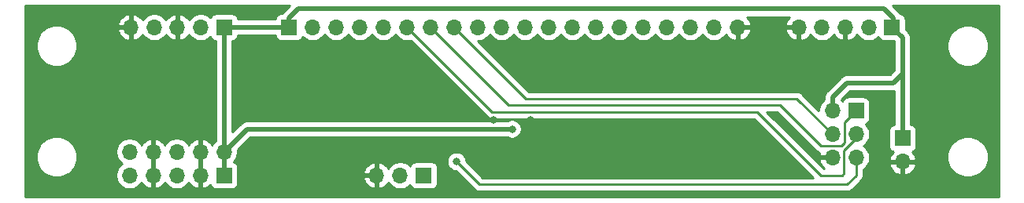
<source format=gbr>
G04 #@! TF.GenerationSoftware,KiCad,Pcbnew,(5.1.6)-1*
G04 #@! TF.CreationDate,2020-10-30T20:32:16+01:00*
G04 #@! TF.ProjectId,light-ctl,6c696768-742d-4637-946c-2e6b69636164,rev?*
G04 #@! TF.SameCoordinates,Original*
G04 #@! TF.FileFunction,Copper,L2,Bot*
G04 #@! TF.FilePolarity,Positive*
%FSLAX46Y46*%
G04 Gerber Fmt 4.6, Leading zero omitted, Abs format (unit mm)*
G04 Created by KiCad (PCBNEW (5.1.6)-1) date 2020-10-30 20:32:16*
%MOMM*%
%LPD*%
G01*
G04 APERTURE LIST*
G04 #@! TA.AperFunction,ComponentPad*
%ADD10O,1.700000X1.700000*%
G04 #@! TD*
G04 #@! TA.AperFunction,ComponentPad*
%ADD11R,1.700000X1.700000*%
G04 #@! TD*
G04 #@! TA.AperFunction,ViaPad*
%ADD12C,0.800000*%
G04 #@! TD*
G04 #@! TA.AperFunction,Conductor*
%ADD13C,0.250000*%
G04 #@! TD*
G04 #@! TA.AperFunction,Conductor*
%ADD14C,0.500000*%
G04 #@! TD*
G04 #@! TA.AperFunction,Conductor*
%ADD15C,0.254000*%
G04 #@! TD*
G04 APERTURE END LIST*
D10*
X112000000Y-103000000D03*
X114500000Y-103000000D03*
X117000000Y-103000000D03*
X119500000Y-103000000D03*
D11*
X122000000Y-103000000D03*
D10*
X177260000Y-103000000D03*
X174720000Y-103000000D03*
X172180000Y-103000000D03*
X169640000Y-103000000D03*
X167100000Y-103000000D03*
X164560000Y-103000000D03*
X162020000Y-103000000D03*
X159480000Y-103000000D03*
X156940000Y-103000000D03*
X154400000Y-103000000D03*
X151860000Y-103000000D03*
X149320000Y-103000000D03*
X146780000Y-103000000D03*
X144240000Y-103000000D03*
X141700000Y-103000000D03*
X139160000Y-103000000D03*
X136620000Y-103000000D03*
X134080000Y-103000000D03*
X131540000Y-103000000D03*
D11*
X129000000Y-103000000D03*
X193840000Y-103000000D03*
D10*
X191340000Y-103000000D03*
X188840000Y-103000000D03*
X186340000Y-103000000D03*
X183840000Y-103000000D03*
D11*
X122000000Y-119000000D03*
D10*
X122000000Y-116460000D03*
X119460000Y-119000000D03*
X119460000Y-116460000D03*
X116920000Y-119000000D03*
X116920000Y-116460000D03*
X114380000Y-119000000D03*
X114380000Y-116460000D03*
X111840000Y-119000000D03*
X111840000Y-116460000D03*
X138420000Y-119000000D03*
X140960000Y-119000000D03*
D11*
X143500000Y-119000000D03*
D10*
X187460000Y-117080000D03*
X190000000Y-117080000D03*
X187460000Y-114540000D03*
X190000000Y-114540000D03*
X187460000Y-112000000D03*
D11*
X190000000Y-112000000D03*
D10*
X195000000Y-117540000D03*
D11*
X195000000Y-115000000D03*
D12*
X151000000Y-113000000D03*
X167000000Y-114000000D03*
X155000000Y-113000000D03*
X147000000Y-117500000D03*
X153000000Y-114000000D03*
D13*
X148205012Y-118705012D02*
X147000000Y-117500000D01*
X149500000Y-120000000D02*
X148205012Y-118705012D01*
X189000000Y-120000000D02*
X149500000Y-120000000D01*
X190000000Y-117080000D02*
X190000000Y-119000000D01*
X190000000Y-119000000D02*
X189000000Y-120000000D01*
D14*
X122000000Y-119000000D02*
X122000000Y-116460000D01*
X122000000Y-116460000D02*
X122000000Y-103000000D01*
X122000000Y-103000000D02*
X129000000Y-103000000D01*
X122000000Y-119000000D02*
X122000000Y-117650000D01*
X151577336Y-114000000D02*
X153000000Y-114000000D01*
X122000000Y-116460000D02*
X124460000Y-114000000D01*
X124460000Y-114000000D02*
X151577336Y-114000000D01*
X129000000Y-102000000D02*
X129000000Y-103000000D01*
X193000000Y-101000000D02*
X130000000Y-101000000D01*
X194000000Y-103000000D02*
X194000000Y-102000000D01*
X130000000Y-101000000D02*
X129000000Y-102000000D01*
X194000000Y-102000000D02*
X193000000Y-101000000D01*
X187460000Y-112000000D02*
X187460000Y-111460000D01*
X195000000Y-104160000D02*
X193840000Y-103000000D01*
X187460000Y-112000000D02*
X187460000Y-110540000D01*
X187460000Y-110540000D02*
X189000000Y-109000000D01*
X194000000Y-109000000D02*
X195000000Y-108000000D01*
X189000000Y-109000000D02*
X194000000Y-109000000D01*
X195000000Y-115000000D02*
X195000000Y-108000000D01*
X195000000Y-108000000D02*
X195000000Y-104160000D01*
D13*
X179350000Y-112150000D02*
X150850000Y-112150000D01*
X188700000Y-116640998D02*
X188700000Y-118800000D01*
X188700000Y-118800000D02*
X188500000Y-119000000D01*
X186200000Y-119000000D02*
X179350000Y-112150000D01*
X150850000Y-112150000D02*
X141700000Y-103000000D01*
X188500000Y-119000000D02*
X186200000Y-119000000D01*
X188700000Y-116640998D02*
X188700000Y-116300000D01*
X190000000Y-115000000D02*
X190000000Y-114540000D01*
X188700000Y-116300000D02*
X190000000Y-115000000D01*
X152620000Y-111380000D02*
X144240000Y-103000000D01*
X190000000Y-112000000D02*
X188715001Y-113284999D01*
X181780000Y-111380000D02*
X152620000Y-111380000D01*
X188715001Y-113284999D02*
X188715001Y-115484999D01*
X188400000Y-115800000D02*
X186200000Y-115800000D01*
X188715001Y-115484999D02*
X188400000Y-115800000D01*
X186200000Y-115800000D02*
X181780000Y-111380000D01*
X146780000Y-103000000D02*
X154476639Y-110696639D01*
X183616639Y-110696639D02*
X187460000Y-114540000D01*
X154476639Y-110696639D02*
X183616639Y-110696639D01*
D15*
G36*
X128404956Y-101343466D02*
G01*
X128371183Y-101371183D01*
X128260589Y-101505942D01*
X128257389Y-101511928D01*
X128150000Y-101511928D01*
X128025518Y-101524188D01*
X127905820Y-101560498D01*
X127795506Y-101619463D01*
X127698815Y-101698815D01*
X127619463Y-101795506D01*
X127560498Y-101905820D01*
X127524188Y-102025518D01*
X127515375Y-102115000D01*
X123484625Y-102115000D01*
X123475812Y-102025518D01*
X123439502Y-101905820D01*
X123380537Y-101795506D01*
X123301185Y-101698815D01*
X123204494Y-101619463D01*
X123094180Y-101560498D01*
X122974482Y-101524188D01*
X122850000Y-101511928D01*
X121150000Y-101511928D01*
X121025518Y-101524188D01*
X120905820Y-101560498D01*
X120795506Y-101619463D01*
X120698815Y-101698815D01*
X120619463Y-101795506D01*
X120560498Y-101905820D01*
X120547797Y-101947690D01*
X120446632Y-101846525D01*
X120203411Y-101684010D01*
X119933158Y-101572068D01*
X119646260Y-101515000D01*
X119353740Y-101515000D01*
X119066842Y-101572068D01*
X118796589Y-101684010D01*
X118553368Y-101846525D01*
X118346525Y-102053368D01*
X118245953Y-102203885D01*
X118195178Y-102118645D01*
X118000269Y-101902412D01*
X117766920Y-101728359D01*
X117504099Y-101603175D01*
X117356890Y-101558524D01*
X117127000Y-101679845D01*
X117127000Y-102873000D01*
X117147000Y-102873000D01*
X117147000Y-103127000D01*
X117127000Y-103127000D01*
X117127000Y-104320155D01*
X117356890Y-104441476D01*
X117504099Y-104396825D01*
X117766920Y-104271641D01*
X118000269Y-104097588D01*
X118195178Y-103881355D01*
X118245953Y-103796115D01*
X118346525Y-103946632D01*
X118553368Y-104153475D01*
X118796589Y-104315990D01*
X119066842Y-104427932D01*
X119353740Y-104485000D01*
X119646260Y-104485000D01*
X119933158Y-104427932D01*
X120203411Y-104315990D01*
X120446632Y-104153475D01*
X120547797Y-104052310D01*
X120560498Y-104094180D01*
X120619463Y-104204494D01*
X120698815Y-104301185D01*
X120795506Y-104380537D01*
X120905820Y-104439502D01*
X121025518Y-104475812D01*
X121115001Y-104484625D01*
X121115000Y-115265344D01*
X121053368Y-115306525D01*
X120846525Y-115513368D01*
X120724805Y-115695534D01*
X120655178Y-115578645D01*
X120460269Y-115362412D01*
X120226920Y-115188359D01*
X119964099Y-115063175D01*
X119816890Y-115018524D01*
X119587000Y-115139845D01*
X119587000Y-116333000D01*
X119607000Y-116333000D01*
X119607000Y-116587000D01*
X119587000Y-116587000D01*
X119587000Y-118873000D01*
X119607000Y-118873000D01*
X119607000Y-119127000D01*
X119587000Y-119127000D01*
X119587000Y-120320155D01*
X119816890Y-120441476D01*
X119964099Y-120396825D01*
X120226920Y-120271641D01*
X120460269Y-120097588D01*
X120536034Y-120013534D01*
X120560498Y-120094180D01*
X120619463Y-120204494D01*
X120698815Y-120301185D01*
X120795506Y-120380537D01*
X120905820Y-120439502D01*
X121025518Y-120475812D01*
X121150000Y-120488072D01*
X122850000Y-120488072D01*
X122974482Y-120475812D01*
X123094180Y-120439502D01*
X123204494Y-120380537D01*
X123301185Y-120301185D01*
X123380537Y-120204494D01*
X123439502Y-120094180D01*
X123475812Y-119974482D01*
X123488072Y-119850000D01*
X123488072Y-119356891D01*
X136978519Y-119356891D01*
X137075843Y-119631252D01*
X137224822Y-119881355D01*
X137419731Y-120097588D01*
X137653080Y-120271641D01*
X137915901Y-120396825D01*
X138063110Y-120441476D01*
X138293000Y-120320155D01*
X138293000Y-119127000D01*
X137099186Y-119127000D01*
X136978519Y-119356891D01*
X123488072Y-119356891D01*
X123488072Y-118643109D01*
X136978519Y-118643109D01*
X137099186Y-118873000D01*
X138293000Y-118873000D01*
X138293000Y-117679845D01*
X138547000Y-117679845D01*
X138547000Y-118873000D01*
X138567000Y-118873000D01*
X138567000Y-119127000D01*
X138547000Y-119127000D01*
X138547000Y-120320155D01*
X138776890Y-120441476D01*
X138924099Y-120396825D01*
X139186920Y-120271641D01*
X139420269Y-120097588D01*
X139615178Y-119881355D01*
X139684805Y-119764466D01*
X139806525Y-119946632D01*
X140013368Y-120153475D01*
X140256589Y-120315990D01*
X140526842Y-120427932D01*
X140813740Y-120485000D01*
X141106260Y-120485000D01*
X141393158Y-120427932D01*
X141663411Y-120315990D01*
X141906632Y-120153475D01*
X142038487Y-120021620D01*
X142060498Y-120094180D01*
X142119463Y-120204494D01*
X142198815Y-120301185D01*
X142295506Y-120380537D01*
X142405820Y-120439502D01*
X142525518Y-120475812D01*
X142650000Y-120488072D01*
X144350000Y-120488072D01*
X144474482Y-120475812D01*
X144594180Y-120439502D01*
X144704494Y-120380537D01*
X144801185Y-120301185D01*
X144880537Y-120204494D01*
X144939502Y-120094180D01*
X144975812Y-119974482D01*
X144988072Y-119850000D01*
X144988072Y-118150000D01*
X144975812Y-118025518D01*
X144939502Y-117905820D01*
X144880537Y-117795506D01*
X144801185Y-117698815D01*
X144704494Y-117619463D01*
X144594180Y-117560498D01*
X144474482Y-117524188D01*
X144350000Y-117511928D01*
X142650000Y-117511928D01*
X142525518Y-117524188D01*
X142405820Y-117560498D01*
X142295506Y-117619463D01*
X142198815Y-117698815D01*
X142119463Y-117795506D01*
X142060498Y-117905820D01*
X142038487Y-117978380D01*
X141906632Y-117846525D01*
X141663411Y-117684010D01*
X141393158Y-117572068D01*
X141106260Y-117515000D01*
X140813740Y-117515000D01*
X140526842Y-117572068D01*
X140256589Y-117684010D01*
X140013368Y-117846525D01*
X139806525Y-118053368D01*
X139684805Y-118235534D01*
X139615178Y-118118645D01*
X139420269Y-117902412D01*
X139186920Y-117728359D01*
X138924099Y-117603175D01*
X138776890Y-117558524D01*
X138547000Y-117679845D01*
X138293000Y-117679845D01*
X138063110Y-117558524D01*
X137915901Y-117603175D01*
X137653080Y-117728359D01*
X137419731Y-117902412D01*
X137224822Y-118118645D01*
X137075843Y-118368748D01*
X136978519Y-118643109D01*
X123488072Y-118643109D01*
X123488072Y-118150000D01*
X123475812Y-118025518D01*
X123439502Y-117905820D01*
X123380537Y-117795506D01*
X123301185Y-117698815D01*
X123204494Y-117619463D01*
X123094180Y-117560498D01*
X123021620Y-117538487D01*
X123153475Y-117406632D01*
X123315990Y-117163411D01*
X123427932Y-116893158D01*
X123485000Y-116606260D01*
X123485000Y-116313740D01*
X123470539Y-116241039D01*
X124826579Y-114885000D01*
X152461546Y-114885000D01*
X152509744Y-114917205D01*
X152698102Y-114995226D01*
X152898061Y-115035000D01*
X153101939Y-115035000D01*
X153301898Y-114995226D01*
X153490256Y-114917205D01*
X153659774Y-114803937D01*
X153803937Y-114659774D01*
X153917205Y-114490256D01*
X153995226Y-114301898D01*
X154035000Y-114101939D01*
X154035000Y-113898061D01*
X153995226Y-113698102D01*
X153917205Y-113509744D01*
X153803937Y-113340226D01*
X153659774Y-113196063D01*
X153490256Y-113082795D01*
X153301898Y-113004774D01*
X153101939Y-112965000D01*
X152898061Y-112965000D01*
X152698102Y-113004774D01*
X152509744Y-113082795D01*
X152461546Y-113115000D01*
X124503465Y-113115000D01*
X124459999Y-113110719D01*
X124416533Y-113115000D01*
X124416523Y-113115000D01*
X124286510Y-113127805D01*
X124119687Y-113178411D01*
X123965941Y-113260589D01*
X123965939Y-113260590D01*
X123965940Y-113260590D01*
X123864953Y-113343468D01*
X123864951Y-113343470D01*
X123831183Y-113371183D01*
X123803470Y-113404951D01*
X122885000Y-114323421D01*
X122885000Y-104484625D01*
X122974482Y-104475812D01*
X123094180Y-104439502D01*
X123204494Y-104380537D01*
X123301185Y-104301185D01*
X123380537Y-104204494D01*
X123439502Y-104094180D01*
X123475812Y-103974482D01*
X123484625Y-103885000D01*
X127515375Y-103885000D01*
X127524188Y-103974482D01*
X127560498Y-104094180D01*
X127619463Y-104204494D01*
X127698815Y-104301185D01*
X127795506Y-104380537D01*
X127905820Y-104439502D01*
X128025518Y-104475812D01*
X128150000Y-104488072D01*
X129850000Y-104488072D01*
X129974482Y-104475812D01*
X130094180Y-104439502D01*
X130204494Y-104380537D01*
X130301185Y-104301185D01*
X130380537Y-104204494D01*
X130439502Y-104094180D01*
X130461513Y-104021620D01*
X130593368Y-104153475D01*
X130836589Y-104315990D01*
X131106842Y-104427932D01*
X131393740Y-104485000D01*
X131686260Y-104485000D01*
X131973158Y-104427932D01*
X132243411Y-104315990D01*
X132486632Y-104153475D01*
X132693475Y-103946632D01*
X132810000Y-103772240D01*
X132926525Y-103946632D01*
X133133368Y-104153475D01*
X133376589Y-104315990D01*
X133646842Y-104427932D01*
X133933740Y-104485000D01*
X134226260Y-104485000D01*
X134513158Y-104427932D01*
X134783411Y-104315990D01*
X135026632Y-104153475D01*
X135233475Y-103946632D01*
X135350000Y-103772240D01*
X135466525Y-103946632D01*
X135673368Y-104153475D01*
X135916589Y-104315990D01*
X136186842Y-104427932D01*
X136473740Y-104485000D01*
X136766260Y-104485000D01*
X137053158Y-104427932D01*
X137323411Y-104315990D01*
X137566632Y-104153475D01*
X137773475Y-103946632D01*
X137890000Y-103772240D01*
X138006525Y-103946632D01*
X138213368Y-104153475D01*
X138456589Y-104315990D01*
X138726842Y-104427932D01*
X139013740Y-104485000D01*
X139306260Y-104485000D01*
X139593158Y-104427932D01*
X139863411Y-104315990D01*
X140106632Y-104153475D01*
X140313475Y-103946632D01*
X140430000Y-103772240D01*
X140546525Y-103946632D01*
X140753368Y-104153475D01*
X140996589Y-104315990D01*
X141266842Y-104427932D01*
X141553740Y-104485000D01*
X141846260Y-104485000D01*
X142066408Y-104441209D01*
X150286200Y-112661002D01*
X150309999Y-112690001D01*
X150338997Y-112713799D01*
X150425723Y-112784974D01*
X150547377Y-112850000D01*
X150557753Y-112855546D01*
X150701014Y-112899003D01*
X150812667Y-112910000D01*
X150812676Y-112910000D01*
X150849999Y-112913676D01*
X150887322Y-112910000D01*
X179035199Y-112910000D01*
X185365198Y-119240000D01*
X149814802Y-119240000D01*
X148768815Y-118194014D01*
X148768811Y-118194009D01*
X148035000Y-117460199D01*
X148035000Y-117398061D01*
X147995226Y-117198102D01*
X147917205Y-117009744D01*
X147803937Y-116840226D01*
X147659774Y-116696063D01*
X147490256Y-116582795D01*
X147301898Y-116504774D01*
X147101939Y-116465000D01*
X146898061Y-116465000D01*
X146698102Y-116504774D01*
X146509744Y-116582795D01*
X146340226Y-116696063D01*
X146196063Y-116840226D01*
X146082795Y-117009744D01*
X146004774Y-117198102D01*
X145965000Y-117398061D01*
X145965000Y-117601939D01*
X146004774Y-117801898D01*
X146082795Y-117990256D01*
X146196063Y-118159774D01*
X146340226Y-118303937D01*
X146509744Y-118417205D01*
X146698102Y-118495226D01*
X146898061Y-118535000D01*
X146960199Y-118535000D01*
X147694009Y-119268811D01*
X147694014Y-119268815D01*
X148936201Y-120511003D01*
X148959999Y-120540001D01*
X148988997Y-120563799D01*
X149075724Y-120634974D01*
X149207753Y-120705546D01*
X149351014Y-120749003D01*
X149500000Y-120763677D01*
X149537333Y-120760000D01*
X188962678Y-120760000D01*
X189000000Y-120763676D01*
X189037322Y-120760000D01*
X189037333Y-120760000D01*
X189148986Y-120749003D01*
X189292247Y-120705546D01*
X189424276Y-120634974D01*
X189540001Y-120540001D01*
X189563804Y-120510998D01*
X190511003Y-119563799D01*
X190540001Y-119540001D01*
X190634974Y-119424276D01*
X190705546Y-119292247D01*
X190749003Y-119148986D01*
X190760000Y-119037333D01*
X190763677Y-119000000D01*
X190760000Y-118962667D01*
X190760000Y-118358178D01*
X190946632Y-118233475D01*
X191153475Y-118026632D01*
X191240165Y-117896890D01*
X193558524Y-117896890D01*
X193603175Y-118044099D01*
X193728359Y-118306920D01*
X193902412Y-118540269D01*
X194118645Y-118735178D01*
X194368748Y-118884157D01*
X194643109Y-118981481D01*
X194873000Y-118860814D01*
X194873000Y-117667000D01*
X195127000Y-117667000D01*
X195127000Y-118860814D01*
X195356891Y-118981481D01*
X195631252Y-118884157D01*
X195881355Y-118735178D01*
X196097588Y-118540269D01*
X196271641Y-118306920D01*
X196396825Y-118044099D01*
X196441476Y-117896890D01*
X196320155Y-117667000D01*
X195127000Y-117667000D01*
X194873000Y-117667000D01*
X193679845Y-117667000D01*
X193558524Y-117896890D01*
X191240165Y-117896890D01*
X191315990Y-117783411D01*
X191427932Y-117513158D01*
X191485000Y-117226260D01*
X191485000Y-116933740D01*
X191427932Y-116646842D01*
X191315990Y-116376589D01*
X191153475Y-116133368D01*
X190946632Y-115926525D01*
X190772240Y-115810000D01*
X190946632Y-115693475D01*
X191153475Y-115486632D01*
X191315990Y-115243411D01*
X191427932Y-114973158D01*
X191485000Y-114686260D01*
X191485000Y-114393740D01*
X191427932Y-114106842D01*
X191315990Y-113836589D01*
X191153475Y-113593368D01*
X191021620Y-113461513D01*
X191094180Y-113439502D01*
X191204494Y-113380537D01*
X191301185Y-113301185D01*
X191380537Y-113204494D01*
X191439502Y-113094180D01*
X191475812Y-112974482D01*
X191488072Y-112850000D01*
X191488072Y-111150000D01*
X191475812Y-111025518D01*
X191439502Y-110905820D01*
X191380537Y-110795506D01*
X191301185Y-110698815D01*
X191204494Y-110619463D01*
X191094180Y-110560498D01*
X190974482Y-110524188D01*
X190850000Y-110511928D01*
X189150000Y-110511928D01*
X189025518Y-110524188D01*
X188905820Y-110560498D01*
X188795506Y-110619463D01*
X188698815Y-110698815D01*
X188619463Y-110795506D01*
X188560498Y-110905820D01*
X188538487Y-110978380D01*
X188406632Y-110846525D01*
X188405686Y-110845893D01*
X189366579Y-109885000D01*
X193956531Y-109885000D01*
X194000000Y-109889281D01*
X194043469Y-109885000D01*
X194043477Y-109885000D01*
X194115001Y-109877956D01*
X194115000Y-113515375D01*
X194025518Y-113524188D01*
X193905820Y-113560498D01*
X193795506Y-113619463D01*
X193698815Y-113698815D01*
X193619463Y-113795506D01*
X193560498Y-113905820D01*
X193524188Y-114025518D01*
X193511928Y-114150000D01*
X193511928Y-115850000D01*
X193524188Y-115974482D01*
X193560498Y-116094180D01*
X193619463Y-116204494D01*
X193698815Y-116301185D01*
X193795506Y-116380537D01*
X193905820Y-116439502D01*
X193986466Y-116463966D01*
X193902412Y-116539731D01*
X193728359Y-116773080D01*
X193603175Y-117035901D01*
X193558524Y-117183110D01*
X193679845Y-117413000D01*
X194873000Y-117413000D01*
X194873000Y-117393000D01*
X195127000Y-117393000D01*
X195127000Y-117413000D01*
X196320155Y-117413000D01*
X196441476Y-117183110D01*
X196396825Y-117035901D01*
X196274877Y-116779872D01*
X199765000Y-116779872D01*
X199765000Y-117220128D01*
X199850890Y-117651925D01*
X200019369Y-118058669D01*
X200263962Y-118424729D01*
X200575271Y-118736038D01*
X200941331Y-118980631D01*
X201348075Y-119149110D01*
X201779872Y-119235000D01*
X202220128Y-119235000D01*
X202651925Y-119149110D01*
X203058669Y-118980631D01*
X203424729Y-118736038D01*
X203736038Y-118424729D01*
X203980631Y-118058669D01*
X204149110Y-117651925D01*
X204235000Y-117220128D01*
X204235000Y-116779872D01*
X204149110Y-116348075D01*
X203980631Y-115941331D01*
X203736038Y-115575271D01*
X203424729Y-115263962D01*
X203058669Y-115019369D01*
X202651925Y-114850890D01*
X202220128Y-114765000D01*
X201779872Y-114765000D01*
X201348075Y-114850890D01*
X200941331Y-115019369D01*
X200575271Y-115263962D01*
X200263962Y-115575271D01*
X200019369Y-115941331D01*
X199850890Y-116348075D01*
X199765000Y-116779872D01*
X196274877Y-116779872D01*
X196271641Y-116773080D01*
X196097588Y-116539731D01*
X196013534Y-116463966D01*
X196094180Y-116439502D01*
X196204494Y-116380537D01*
X196301185Y-116301185D01*
X196380537Y-116204494D01*
X196439502Y-116094180D01*
X196475812Y-115974482D01*
X196488072Y-115850000D01*
X196488072Y-114150000D01*
X196475812Y-114025518D01*
X196439502Y-113905820D01*
X196380537Y-113795506D01*
X196301185Y-113698815D01*
X196204494Y-113619463D01*
X196094180Y-113560498D01*
X195974482Y-113524188D01*
X195885000Y-113515375D01*
X195885000Y-108043469D01*
X195889281Y-108000000D01*
X195885000Y-107956531D01*
X195885000Y-104779872D01*
X199765000Y-104779872D01*
X199765000Y-105220128D01*
X199850890Y-105651925D01*
X200019369Y-106058669D01*
X200263962Y-106424729D01*
X200575271Y-106736038D01*
X200941331Y-106980631D01*
X201348075Y-107149110D01*
X201779872Y-107235000D01*
X202220128Y-107235000D01*
X202651925Y-107149110D01*
X203058669Y-106980631D01*
X203424729Y-106736038D01*
X203736038Y-106424729D01*
X203980631Y-106058669D01*
X204149110Y-105651925D01*
X204235000Y-105220128D01*
X204235000Y-104779872D01*
X204149110Y-104348075D01*
X203980631Y-103941331D01*
X203736038Y-103575271D01*
X203424729Y-103263962D01*
X203058669Y-103019369D01*
X202651925Y-102850890D01*
X202220128Y-102765000D01*
X201779872Y-102765000D01*
X201348075Y-102850890D01*
X200941331Y-103019369D01*
X200575271Y-103263962D01*
X200263962Y-103575271D01*
X200019369Y-103941331D01*
X199850890Y-104348075D01*
X199765000Y-104779872D01*
X195885000Y-104779872D01*
X195885000Y-104203469D01*
X195889281Y-104160000D01*
X195885000Y-104116531D01*
X195885000Y-104116523D01*
X195872195Y-103986510D01*
X195821589Y-103819687D01*
X195739411Y-103665941D01*
X195708944Y-103628817D01*
X195656532Y-103564953D01*
X195656530Y-103564951D01*
X195628817Y-103531183D01*
X195595049Y-103503470D01*
X195328072Y-103236493D01*
X195328072Y-102150000D01*
X195315812Y-102025518D01*
X195279502Y-101905820D01*
X195220537Y-101795506D01*
X195141185Y-101698815D01*
X195044494Y-101619463D01*
X194934180Y-101560498D01*
X194814482Y-101524188D01*
X194745535Y-101517397D01*
X194739411Y-101505941D01*
X194656532Y-101404953D01*
X194656530Y-101404951D01*
X194628817Y-101371183D01*
X194595049Y-101343470D01*
X193911578Y-100660000D01*
X205340001Y-100660000D01*
X205340000Y-121340000D01*
X100660000Y-121340000D01*
X100660000Y-116779872D01*
X101765000Y-116779872D01*
X101765000Y-117220128D01*
X101850890Y-117651925D01*
X102019369Y-118058669D01*
X102263962Y-118424729D01*
X102575271Y-118736038D01*
X102941331Y-118980631D01*
X103348075Y-119149110D01*
X103779872Y-119235000D01*
X104220128Y-119235000D01*
X104651925Y-119149110D01*
X105058669Y-118980631D01*
X105424729Y-118736038D01*
X105736038Y-118424729D01*
X105980631Y-118058669D01*
X106149110Y-117651925D01*
X106235000Y-117220128D01*
X106235000Y-116779872D01*
X106149110Y-116348075D01*
X106134888Y-116313740D01*
X110355000Y-116313740D01*
X110355000Y-116606260D01*
X110412068Y-116893158D01*
X110524010Y-117163411D01*
X110686525Y-117406632D01*
X110893368Y-117613475D01*
X111067760Y-117730000D01*
X110893368Y-117846525D01*
X110686525Y-118053368D01*
X110524010Y-118296589D01*
X110412068Y-118566842D01*
X110355000Y-118853740D01*
X110355000Y-119146260D01*
X110412068Y-119433158D01*
X110524010Y-119703411D01*
X110686525Y-119946632D01*
X110893368Y-120153475D01*
X111136589Y-120315990D01*
X111406842Y-120427932D01*
X111693740Y-120485000D01*
X111986260Y-120485000D01*
X112273158Y-120427932D01*
X112543411Y-120315990D01*
X112786632Y-120153475D01*
X112993475Y-119946632D01*
X113115195Y-119764466D01*
X113184822Y-119881355D01*
X113379731Y-120097588D01*
X113613080Y-120271641D01*
X113875901Y-120396825D01*
X114023110Y-120441476D01*
X114253000Y-120320155D01*
X114253000Y-119127000D01*
X114233000Y-119127000D01*
X114233000Y-118873000D01*
X114253000Y-118873000D01*
X114253000Y-116587000D01*
X114233000Y-116587000D01*
X114233000Y-116333000D01*
X114253000Y-116333000D01*
X114253000Y-115139845D01*
X114507000Y-115139845D01*
X114507000Y-116333000D01*
X114527000Y-116333000D01*
X114527000Y-116587000D01*
X114507000Y-116587000D01*
X114507000Y-118873000D01*
X114527000Y-118873000D01*
X114527000Y-119127000D01*
X114507000Y-119127000D01*
X114507000Y-120320155D01*
X114736890Y-120441476D01*
X114884099Y-120396825D01*
X115146920Y-120271641D01*
X115380269Y-120097588D01*
X115575178Y-119881355D01*
X115644805Y-119764466D01*
X115766525Y-119946632D01*
X115973368Y-120153475D01*
X116216589Y-120315990D01*
X116486842Y-120427932D01*
X116773740Y-120485000D01*
X117066260Y-120485000D01*
X117353158Y-120427932D01*
X117623411Y-120315990D01*
X117866632Y-120153475D01*
X118073475Y-119946632D01*
X118195195Y-119764466D01*
X118264822Y-119881355D01*
X118459731Y-120097588D01*
X118693080Y-120271641D01*
X118955901Y-120396825D01*
X119103110Y-120441476D01*
X119333000Y-120320155D01*
X119333000Y-119127000D01*
X119313000Y-119127000D01*
X119313000Y-118873000D01*
X119333000Y-118873000D01*
X119333000Y-116587000D01*
X119313000Y-116587000D01*
X119313000Y-116333000D01*
X119333000Y-116333000D01*
X119333000Y-115139845D01*
X119103110Y-115018524D01*
X118955901Y-115063175D01*
X118693080Y-115188359D01*
X118459731Y-115362412D01*
X118264822Y-115578645D01*
X118195195Y-115695534D01*
X118073475Y-115513368D01*
X117866632Y-115306525D01*
X117623411Y-115144010D01*
X117353158Y-115032068D01*
X117066260Y-114975000D01*
X116773740Y-114975000D01*
X116486842Y-115032068D01*
X116216589Y-115144010D01*
X115973368Y-115306525D01*
X115766525Y-115513368D01*
X115644805Y-115695534D01*
X115575178Y-115578645D01*
X115380269Y-115362412D01*
X115146920Y-115188359D01*
X114884099Y-115063175D01*
X114736890Y-115018524D01*
X114507000Y-115139845D01*
X114253000Y-115139845D01*
X114023110Y-115018524D01*
X113875901Y-115063175D01*
X113613080Y-115188359D01*
X113379731Y-115362412D01*
X113184822Y-115578645D01*
X113115195Y-115695534D01*
X112993475Y-115513368D01*
X112786632Y-115306525D01*
X112543411Y-115144010D01*
X112273158Y-115032068D01*
X111986260Y-114975000D01*
X111693740Y-114975000D01*
X111406842Y-115032068D01*
X111136589Y-115144010D01*
X110893368Y-115306525D01*
X110686525Y-115513368D01*
X110524010Y-115756589D01*
X110412068Y-116026842D01*
X110355000Y-116313740D01*
X106134888Y-116313740D01*
X105980631Y-115941331D01*
X105736038Y-115575271D01*
X105424729Y-115263962D01*
X105058669Y-115019369D01*
X104651925Y-114850890D01*
X104220128Y-114765000D01*
X103779872Y-114765000D01*
X103348075Y-114850890D01*
X102941331Y-115019369D01*
X102575271Y-115263962D01*
X102263962Y-115575271D01*
X102019369Y-115941331D01*
X101850890Y-116348075D01*
X101765000Y-116779872D01*
X100660000Y-116779872D01*
X100660000Y-104779872D01*
X101765000Y-104779872D01*
X101765000Y-105220128D01*
X101850890Y-105651925D01*
X102019369Y-106058669D01*
X102263962Y-106424729D01*
X102575271Y-106736038D01*
X102941331Y-106980631D01*
X103348075Y-107149110D01*
X103779872Y-107235000D01*
X104220128Y-107235000D01*
X104651925Y-107149110D01*
X105058669Y-106980631D01*
X105424729Y-106736038D01*
X105736038Y-106424729D01*
X105980631Y-106058669D01*
X106149110Y-105651925D01*
X106235000Y-105220128D01*
X106235000Y-104779872D01*
X106149110Y-104348075D01*
X105980631Y-103941331D01*
X105736038Y-103575271D01*
X105517658Y-103356891D01*
X110558519Y-103356891D01*
X110655843Y-103631252D01*
X110804822Y-103881355D01*
X110999731Y-104097588D01*
X111233080Y-104271641D01*
X111495901Y-104396825D01*
X111643110Y-104441476D01*
X111873000Y-104320155D01*
X111873000Y-103127000D01*
X110679186Y-103127000D01*
X110558519Y-103356891D01*
X105517658Y-103356891D01*
X105424729Y-103263962D01*
X105058669Y-103019369D01*
X104651925Y-102850890D01*
X104220128Y-102765000D01*
X103779872Y-102765000D01*
X103348075Y-102850890D01*
X102941331Y-103019369D01*
X102575271Y-103263962D01*
X102263962Y-103575271D01*
X102019369Y-103941331D01*
X101850890Y-104348075D01*
X101765000Y-104779872D01*
X100660000Y-104779872D01*
X100660000Y-102643109D01*
X110558519Y-102643109D01*
X110679186Y-102873000D01*
X111873000Y-102873000D01*
X111873000Y-101679845D01*
X112127000Y-101679845D01*
X112127000Y-102873000D01*
X112147000Y-102873000D01*
X112147000Y-103127000D01*
X112127000Y-103127000D01*
X112127000Y-104320155D01*
X112356890Y-104441476D01*
X112504099Y-104396825D01*
X112766920Y-104271641D01*
X113000269Y-104097588D01*
X113195178Y-103881355D01*
X113245953Y-103796115D01*
X113346525Y-103946632D01*
X113553368Y-104153475D01*
X113796589Y-104315990D01*
X114066842Y-104427932D01*
X114353740Y-104485000D01*
X114646260Y-104485000D01*
X114933158Y-104427932D01*
X115203411Y-104315990D01*
X115446632Y-104153475D01*
X115653475Y-103946632D01*
X115754047Y-103796115D01*
X115804822Y-103881355D01*
X115999731Y-104097588D01*
X116233080Y-104271641D01*
X116495901Y-104396825D01*
X116643110Y-104441476D01*
X116873000Y-104320155D01*
X116873000Y-103127000D01*
X116853000Y-103127000D01*
X116853000Y-102873000D01*
X116873000Y-102873000D01*
X116873000Y-101679845D01*
X116643110Y-101558524D01*
X116495901Y-101603175D01*
X116233080Y-101728359D01*
X115999731Y-101902412D01*
X115804822Y-102118645D01*
X115754047Y-102203885D01*
X115653475Y-102053368D01*
X115446632Y-101846525D01*
X115203411Y-101684010D01*
X114933158Y-101572068D01*
X114646260Y-101515000D01*
X114353740Y-101515000D01*
X114066842Y-101572068D01*
X113796589Y-101684010D01*
X113553368Y-101846525D01*
X113346525Y-102053368D01*
X113245953Y-102203885D01*
X113195178Y-102118645D01*
X113000269Y-101902412D01*
X112766920Y-101728359D01*
X112504099Y-101603175D01*
X112356890Y-101558524D01*
X112127000Y-101679845D01*
X111873000Y-101679845D01*
X111643110Y-101558524D01*
X111495901Y-101603175D01*
X111233080Y-101728359D01*
X110999731Y-101902412D01*
X110804822Y-102118645D01*
X110655843Y-102368748D01*
X110558519Y-102643109D01*
X100660000Y-102643109D01*
X100660000Y-100660000D01*
X129088421Y-100660000D01*
X128404956Y-101343466D01*
G37*
X128404956Y-101343466D02*
X128371183Y-101371183D01*
X128260589Y-101505942D01*
X128257389Y-101511928D01*
X128150000Y-101511928D01*
X128025518Y-101524188D01*
X127905820Y-101560498D01*
X127795506Y-101619463D01*
X127698815Y-101698815D01*
X127619463Y-101795506D01*
X127560498Y-101905820D01*
X127524188Y-102025518D01*
X127515375Y-102115000D01*
X123484625Y-102115000D01*
X123475812Y-102025518D01*
X123439502Y-101905820D01*
X123380537Y-101795506D01*
X123301185Y-101698815D01*
X123204494Y-101619463D01*
X123094180Y-101560498D01*
X122974482Y-101524188D01*
X122850000Y-101511928D01*
X121150000Y-101511928D01*
X121025518Y-101524188D01*
X120905820Y-101560498D01*
X120795506Y-101619463D01*
X120698815Y-101698815D01*
X120619463Y-101795506D01*
X120560498Y-101905820D01*
X120547797Y-101947690D01*
X120446632Y-101846525D01*
X120203411Y-101684010D01*
X119933158Y-101572068D01*
X119646260Y-101515000D01*
X119353740Y-101515000D01*
X119066842Y-101572068D01*
X118796589Y-101684010D01*
X118553368Y-101846525D01*
X118346525Y-102053368D01*
X118245953Y-102203885D01*
X118195178Y-102118645D01*
X118000269Y-101902412D01*
X117766920Y-101728359D01*
X117504099Y-101603175D01*
X117356890Y-101558524D01*
X117127000Y-101679845D01*
X117127000Y-102873000D01*
X117147000Y-102873000D01*
X117147000Y-103127000D01*
X117127000Y-103127000D01*
X117127000Y-104320155D01*
X117356890Y-104441476D01*
X117504099Y-104396825D01*
X117766920Y-104271641D01*
X118000269Y-104097588D01*
X118195178Y-103881355D01*
X118245953Y-103796115D01*
X118346525Y-103946632D01*
X118553368Y-104153475D01*
X118796589Y-104315990D01*
X119066842Y-104427932D01*
X119353740Y-104485000D01*
X119646260Y-104485000D01*
X119933158Y-104427932D01*
X120203411Y-104315990D01*
X120446632Y-104153475D01*
X120547797Y-104052310D01*
X120560498Y-104094180D01*
X120619463Y-104204494D01*
X120698815Y-104301185D01*
X120795506Y-104380537D01*
X120905820Y-104439502D01*
X121025518Y-104475812D01*
X121115001Y-104484625D01*
X121115000Y-115265344D01*
X121053368Y-115306525D01*
X120846525Y-115513368D01*
X120724805Y-115695534D01*
X120655178Y-115578645D01*
X120460269Y-115362412D01*
X120226920Y-115188359D01*
X119964099Y-115063175D01*
X119816890Y-115018524D01*
X119587000Y-115139845D01*
X119587000Y-116333000D01*
X119607000Y-116333000D01*
X119607000Y-116587000D01*
X119587000Y-116587000D01*
X119587000Y-118873000D01*
X119607000Y-118873000D01*
X119607000Y-119127000D01*
X119587000Y-119127000D01*
X119587000Y-120320155D01*
X119816890Y-120441476D01*
X119964099Y-120396825D01*
X120226920Y-120271641D01*
X120460269Y-120097588D01*
X120536034Y-120013534D01*
X120560498Y-120094180D01*
X120619463Y-120204494D01*
X120698815Y-120301185D01*
X120795506Y-120380537D01*
X120905820Y-120439502D01*
X121025518Y-120475812D01*
X121150000Y-120488072D01*
X122850000Y-120488072D01*
X122974482Y-120475812D01*
X123094180Y-120439502D01*
X123204494Y-120380537D01*
X123301185Y-120301185D01*
X123380537Y-120204494D01*
X123439502Y-120094180D01*
X123475812Y-119974482D01*
X123488072Y-119850000D01*
X123488072Y-119356891D01*
X136978519Y-119356891D01*
X137075843Y-119631252D01*
X137224822Y-119881355D01*
X137419731Y-120097588D01*
X137653080Y-120271641D01*
X137915901Y-120396825D01*
X138063110Y-120441476D01*
X138293000Y-120320155D01*
X138293000Y-119127000D01*
X137099186Y-119127000D01*
X136978519Y-119356891D01*
X123488072Y-119356891D01*
X123488072Y-118643109D01*
X136978519Y-118643109D01*
X137099186Y-118873000D01*
X138293000Y-118873000D01*
X138293000Y-117679845D01*
X138547000Y-117679845D01*
X138547000Y-118873000D01*
X138567000Y-118873000D01*
X138567000Y-119127000D01*
X138547000Y-119127000D01*
X138547000Y-120320155D01*
X138776890Y-120441476D01*
X138924099Y-120396825D01*
X139186920Y-120271641D01*
X139420269Y-120097588D01*
X139615178Y-119881355D01*
X139684805Y-119764466D01*
X139806525Y-119946632D01*
X140013368Y-120153475D01*
X140256589Y-120315990D01*
X140526842Y-120427932D01*
X140813740Y-120485000D01*
X141106260Y-120485000D01*
X141393158Y-120427932D01*
X141663411Y-120315990D01*
X141906632Y-120153475D01*
X142038487Y-120021620D01*
X142060498Y-120094180D01*
X142119463Y-120204494D01*
X142198815Y-120301185D01*
X142295506Y-120380537D01*
X142405820Y-120439502D01*
X142525518Y-120475812D01*
X142650000Y-120488072D01*
X144350000Y-120488072D01*
X144474482Y-120475812D01*
X144594180Y-120439502D01*
X144704494Y-120380537D01*
X144801185Y-120301185D01*
X144880537Y-120204494D01*
X144939502Y-120094180D01*
X144975812Y-119974482D01*
X144988072Y-119850000D01*
X144988072Y-118150000D01*
X144975812Y-118025518D01*
X144939502Y-117905820D01*
X144880537Y-117795506D01*
X144801185Y-117698815D01*
X144704494Y-117619463D01*
X144594180Y-117560498D01*
X144474482Y-117524188D01*
X144350000Y-117511928D01*
X142650000Y-117511928D01*
X142525518Y-117524188D01*
X142405820Y-117560498D01*
X142295506Y-117619463D01*
X142198815Y-117698815D01*
X142119463Y-117795506D01*
X142060498Y-117905820D01*
X142038487Y-117978380D01*
X141906632Y-117846525D01*
X141663411Y-117684010D01*
X141393158Y-117572068D01*
X141106260Y-117515000D01*
X140813740Y-117515000D01*
X140526842Y-117572068D01*
X140256589Y-117684010D01*
X140013368Y-117846525D01*
X139806525Y-118053368D01*
X139684805Y-118235534D01*
X139615178Y-118118645D01*
X139420269Y-117902412D01*
X139186920Y-117728359D01*
X138924099Y-117603175D01*
X138776890Y-117558524D01*
X138547000Y-117679845D01*
X138293000Y-117679845D01*
X138063110Y-117558524D01*
X137915901Y-117603175D01*
X137653080Y-117728359D01*
X137419731Y-117902412D01*
X137224822Y-118118645D01*
X137075843Y-118368748D01*
X136978519Y-118643109D01*
X123488072Y-118643109D01*
X123488072Y-118150000D01*
X123475812Y-118025518D01*
X123439502Y-117905820D01*
X123380537Y-117795506D01*
X123301185Y-117698815D01*
X123204494Y-117619463D01*
X123094180Y-117560498D01*
X123021620Y-117538487D01*
X123153475Y-117406632D01*
X123315990Y-117163411D01*
X123427932Y-116893158D01*
X123485000Y-116606260D01*
X123485000Y-116313740D01*
X123470539Y-116241039D01*
X124826579Y-114885000D01*
X152461546Y-114885000D01*
X152509744Y-114917205D01*
X152698102Y-114995226D01*
X152898061Y-115035000D01*
X153101939Y-115035000D01*
X153301898Y-114995226D01*
X153490256Y-114917205D01*
X153659774Y-114803937D01*
X153803937Y-114659774D01*
X153917205Y-114490256D01*
X153995226Y-114301898D01*
X154035000Y-114101939D01*
X154035000Y-113898061D01*
X153995226Y-113698102D01*
X153917205Y-113509744D01*
X153803937Y-113340226D01*
X153659774Y-113196063D01*
X153490256Y-113082795D01*
X153301898Y-113004774D01*
X153101939Y-112965000D01*
X152898061Y-112965000D01*
X152698102Y-113004774D01*
X152509744Y-113082795D01*
X152461546Y-113115000D01*
X124503465Y-113115000D01*
X124459999Y-113110719D01*
X124416533Y-113115000D01*
X124416523Y-113115000D01*
X124286510Y-113127805D01*
X124119687Y-113178411D01*
X123965941Y-113260589D01*
X123965939Y-113260590D01*
X123965940Y-113260590D01*
X123864953Y-113343468D01*
X123864951Y-113343470D01*
X123831183Y-113371183D01*
X123803470Y-113404951D01*
X122885000Y-114323421D01*
X122885000Y-104484625D01*
X122974482Y-104475812D01*
X123094180Y-104439502D01*
X123204494Y-104380537D01*
X123301185Y-104301185D01*
X123380537Y-104204494D01*
X123439502Y-104094180D01*
X123475812Y-103974482D01*
X123484625Y-103885000D01*
X127515375Y-103885000D01*
X127524188Y-103974482D01*
X127560498Y-104094180D01*
X127619463Y-104204494D01*
X127698815Y-104301185D01*
X127795506Y-104380537D01*
X127905820Y-104439502D01*
X128025518Y-104475812D01*
X128150000Y-104488072D01*
X129850000Y-104488072D01*
X129974482Y-104475812D01*
X130094180Y-104439502D01*
X130204494Y-104380537D01*
X130301185Y-104301185D01*
X130380537Y-104204494D01*
X130439502Y-104094180D01*
X130461513Y-104021620D01*
X130593368Y-104153475D01*
X130836589Y-104315990D01*
X131106842Y-104427932D01*
X131393740Y-104485000D01*
X131686260Y-104485000D01*
X131973158Y-104427932D01*
X132243411Y-104315990D01*
X132486632Y-104153475D01*
X132693475Y-103946632D01*
X132810000Y-103772240D01*
X132926525Y-103946632D01*
X133133368Y-104153475D01*
X133376589Y-104315990D01*
X133646842Y-104427932D01*
X133933740Y-104485000D01*
X134226260Y-104485000D01*
X134513158Y-104427932D01*
X134783411Y-104315990D01*
X135026632Y-104153475D01*
X135233475Y-103946632D01*
X135350000Y-103772240D01*
X135466525Y-103946632D01*
X135673368Y-104153475D01*
X135916589Y-104315990D01*
X136186842Y-104427932D01*
X136473740Y-104485000D01*
X136766260Y-104485000D01*
X137053158Y-104427932D01*
X137323411Y-104315990D01*
X137566632Y-104153475D01*
X137773475Y-103946632D01*
X137890000Y-103772240D01*
X138006525Y-103946632D01*
X138213368Y-104153475D01*
X138456589Y-104315990D01*
X138726842Y-104427932D01*
X139013740Y-104485000D01*
X139306260Y-104485000D01*
X139593158Y-104427932D01*
X139863411Y-104315990D01*
X140106632Y-104153475D01*
X140313475Y-103946632D01*
X140430000Y-103772240D01*
X140546525Y-103946632D01*
X140753368Y-104153475D01*
X140996589Y-104315990D01*
X141266842Y-104427932D01*
X141553740Y-104485000D01*
X141846260Y-104485000D01*
X142066408Y-104441209D01*
X150286200Y-112661002D01*
X150309999Y-112690001D01*
X150338997Y-112713799D01*
X150425723Y-112784974D01*
X150547377Y-112850000D01*
X150557753Y-112855546D01*
X150701014Y-112899003D01*
X150812667Y-112910000D01*
X150812676Y-112910000D01*
X150849999Y-112913676D01*
X150887322Y-112910000D01*
X179035199Y-112910000D01*
X185365198Y-119240000D01*
X149814802Y-119240000D01*
X148768815Y-118194014D01*
X148768811Y-118194009D01*
X148035000Y-117460199D01*
X148035000Y-117398061D01*
X147995226Y-117198102D01*
X147917205Y-117009744D01*
X147803937Y-116840226D01*
X147659774Y-116696063D01*
X147490256Y-116582795D01*
X147301898Y-116504774D01*
X147101939Y-116465000D01*
X146898061Y-116465000D01*
X146698102Y-116504774D01*
X146509744Y-116582795D01*
X146340226Y-116696063D01*
X146196063Y-116840226D01*
X146082795Y-117009744D01*
X146004774Y-117198102D01*
X145965000Y-117398061D01*
X145965000Y-117601939D01*
X146004774Y-117801898D01*
X146082795Y-117990256D01*
X146196063Y-118159774D01*
X146340226Y-118303937D01*
X146509744Y-118417205D01*
X146698102Y-118495226D01*
X146898061Y-118535000D01*
X146960199Y-118535000D01*
X147694009Y-119268811D01*
X147694014Y-119268815D01*
X148936201Y-120511003D01*
X148959999Y-120540001D01*
X148988997Y-120563799D01*
X149075724Y-120634974D01*
X149207753Y-120705546D01*
X149351014Y-120749003D01*
X149500000Y-120763677D01*
X149537333Y-120760000D01*
X188962678Y-120760000D01*
X189000000Y-120763676D01*
X189037322Y-120760000D01*
X189037333Y-120760000D01*
X189148986Y-120749003D01*
X189292247Y-120705546D01*
X189424276Y-120634974D01*
X189540001Y-120540001D01*
X189563804Y-120510998D01*
X190511003Y-119563799D01*
X190540001Y-119540001D01*
X190634974Y-119424276D01*
X190705546Y-119292247D01*
X190749003Y-119148986D01*
X190760000Y-119037333D01*
X190763677Y-119000000D01*
X190760000Y-118962667D01*
X190760000Y-118358178D01*
X190946632Y-118233475D01*
X191153475Y-118026632D01*
X191240165Y-117896890D01*
X193558524Y-117896890D01*
X193603175Y-118044099D01*
X193728359Y-118306920D01*
X193902412Y-118540269D01*
X194118645Y-118735178D01*
X194368748Y-118884157D01*
X194643109Y-118981481D01*
X194873000Y-118860814D01*
X194873000Y-117667000D01*
X195127000Y-117667000D01*
X195127000Y-118860814D01*
X195356891Y-118981481D01*
X195631252Y-118884157D01*
X195881355Y-118735178D01*
X196097588Y-118540269D01*
X196271641Y-118306920D01*
X196396825Y-118044099D01*
X196441476Y-117896890D01*
X196320155Y-117667000D01*
X195127000Y-117667000D01*
X194873000Y-117667000D01*
X193679845Y-117667000D01*
X193558524Y-117896890D01*
X191240165Y-117896890D01*
X191315990Y-117783411D01*
X191427932Y-117513158D01*
X191485000Y-117226260D01*
X191485000Y-116933740D01*
X191427932Y-116646842D01*
X191315990Y-116376589D01*
X191153475Y-116133368D01*
X190946632Y-115926525D01*
X190772240Y-115810000D01*
X190946632Y-115693475D01*
X191153475Y-115486632D01*
X191315990Y-115243411D01*
X191427932Y-114973158D01*
X191485000Y-114686260D01*
X191485000Y-114393740D01*
X191427932Y-114106842D01*
X191315990Y-113836589D01*
X191153475Y-113593368D01*
X191021620Y-113461513D01*
X191094180Y-113439502D01*
X191204494Y-113380537D01*
X191301185Y-113301185D01*
X191380537Y-113204494D01*
X191439502Y-113094180D01*
X191475812Y-112974482D01*
X191488072Y-112850000D01*
X191488072Y-111150000D01*
X191475812Y-111025518D01*
X191439502Y-110905820D01*
X191380537Y-110795506D01*
X191301185Y-110698815D01*
X191204494Y-110619463D01*
X191094180Y-110560498D01*
X190974482Y-110524188D01*
X190850000Y-110511928D01*
X189150000Y-110511928D01*
X189025518Y-110524188D01*
X188905820Y-110560498D01*
X188795506Y-110619463D01*
X188698815Y-110698815D01*
X188619463Y-110795506D01*
X188560498Y-110905820D01*
X188538487Y-110978380D01*
X188406632Y-110846525D01*
X188405686Y-110845893D01*
X189366579Y-109885000D01*
X193956531Y-109885000D01*
X194000000Y-109889281D01*
X194043469Y-109885000D01*
X194043477Y-109885000D01*
X194115001Y-109877956D01*
X194115000Y-113515375D01*
X194025518Y-113524188D01*
X193905820Y-113560498D01*
X193795506Y-113619463D01*
X193698815Y-113698815D01*
X193619463Y-113795506D01*
X193560498Y-113905820D01*
X193524188Y-114025518D01*
X193511928Y-114150000D01*
X193511928Y-115850000D01*
X193524188Y-115974482D01*
X193560498Y-116094180D01*
X193619463Y-116204494D01*
X193698815Y-116301185D01*
X193795506Y-116380537D01*
X193905820Y-116439502D01*
X193986466Y-116463966D01*
X193902412Y-116539731D01*
X193728359Y-116773080D01*
X193603175Y-117035901D01*
X193558524Y-117183110D01*
X193679845Y-117413000D01*
X194873000Y-117413000D01*
X194873000Y-117393000D01*
X195127000Y-117393000D01*
X195127000Y-117413000D01*
X196320155Y-117413000D01*
X196441476Y-117183110D01*
X196396825Y-117035901D01*
X196274877Y-116779872D01*
X199765000Y-116779872D01*
X199765000Y-117220128D01*
X199850890Y-117651925D01*
X200019369Y-118058669D01*
X200263962Y-118424729D01*
X200575271Y-118736038D01*
X200941331Y-118980631D01*
X201348075Y-119149110D01*
X201779872Y-119235000D01*
X202220128Y-119235000D01*
X202651925Y-119149110D01*
X203058669Y-118980631D01*
X203424729Y-118736038D01*
X203736038Y-118424729D01*
X203980631Y-118058669D01*
X204149110Y-117651925D01*
X204235000Y-117220128D01*
X204235000Y-116779872D01*
X204149110Y-116348075D01*
X203980631Y-115941331D01*
X203736038Y-115575271D01*
X203424729Y-115263962D01*
X203058669Y-115019369D01*
X202651925Y-114850890D01*
X202220128Y-114765000D01*
X201779872Y-114765000D01*
X201348075Y-114850890D01*
X200941331Y-115019369D01*
X200575271Y-115263962D01*
X200263962Y-115575271D01*
X200019369Y-115941331D01*
X199850890Y-116348075D01*
X199765000Y-116779872D01*
X196274877Y-116779872D01*
X196271641Y-116773080D01*
X196097588Y-116539731D01*
X196013534Y-116463966D01*
X196094180Y-116439502D01*
X196204494Y-116380537D01*
X196301185Y-116301185D01*
X196380537Y-116204494D01*
X196439502Y-116094180D01*
X196475812Y-115974482D01*
X196488072Y-115850000D01*
X196488072Y-114150000D01*
X196475812Y-114025518D01*
X196439502Y-113905820D01*
X196380537Y-113795506D01*
X196301185Y-113698815D01*
X196204494Y-113619463D01*
X196094180Y-113560498D01*
X195974482Y-113524188D01*
X195885000Y-113515375D01*
X195885000Y-108043469D01*
X195889281Y-108000000D01*
X195885000Y-107956531D01*
X195885000Y-104779872D01*
X199765000Y-104779872D01*
X199765000Y-105220128D01*
X199850890Y-105651925D01*
X200019369Y-106058669D01*
X200263962Y-106424729D01*
X200575271Y-106736038D01*
X200941331Y-106980631D01*
X201348075Y-107149110D01*
X201779872Y-107235000D01*
X202220128Y-107235000D01*
X202651925Y-107149110D01*
X203058669Y-106980631D01*
X203424729Y-106736038D01*
X203736038Y-106424729D01*
X203980631Y-106058669D01*
X204149110Y-105651925D01*
X204235000Y-105220128D01*
X204235000Y-104779872D01*
X204149110Y-104348075D01*
X203980631Y-103941331D01*
X203736038Y-103575271D01*
X203424729Y-103263962D01*
X203058669Y-103019369D01*
X202651925Y-102850890D01*
X202220128Y-102765000D01*
X201779872Y-102765000D01*
X201348075Y-102850890D01*
X200941331Y-103019369D01*
X200575271Y-103263962D01*
X200263962Y-103575271D01*
X200019369Y-103941331D01*
X199850890Y-104348075D01*
X199765000Y-104779872D01*
X195885000Y-104779872D01*
X195885000Y-104203469D01*
X195889281Y-104160000D01*
X195885000Y-104116531D01*
X195885000Y-104116523D01*
X195872195Y-103986510D01*
X195821589Y-103819687D01*
X195739411Y-103665941D01*
X195708944Y-103628817D01*
X195656532Y-103564953D01*
X195656530Y-103564951D01*
X195628817Y-103531183D01*
X195595049Y-103503470D01*
X195328072Y-103236493D01*
X195328072Y-102150000D01*
X195315812Y-102025518D01*
X195279502Y-101905820D01*
X195220537Y-101795506D01*
X195141185Y-101698815D01*
X195044494Y-101619463D01*
X194934180Y-101560498D01*
X194814482Y-101524188D01*
X194745535Y-101517397D01*
X194739411Y-101505941D01*
X194656532Y-101404953D01*
X194656530Y-101404951D01*
X194628817Y-101371183D01*
X194595049Y-101343470D01*
X193911578Y-100660000D01*
X205340001Y-100660000D01*
X205340000Y-121340000D01*
X100660000Y-121340000D01*
X100660000Y-116779872D01*
X101765000Y-116779872D01*
X101765000Y-117220128D01*
X101850890Y-117651925D01*
X102019369Y-118058669D01*
X102263962Y-118424729D01*
X102575271Y-118736038D01*
X102941331Y-118980631D01*
X103348075Y-119149110D01*
X103779872Y-119235000D01*
X104220128Y-119235000D01*
X104651925Y-119149110D01*
X105058669Y-118980631D01*
X105424729Y-118736038D01*
X105736038Y-118424729D01*
X105980631Y-118058669D01*
X106149110Y-117651925D01*
X106235000Y-117220128D01*
X106235000Y-116779872D01*
X106149110Y-116348075D01*
X106134888Y-116313740D01*
X110355000Y-116313740D01*
X110355000Y-116606260D01*
X110412068Y-116893158D01*
X110524010Y-117163411D01*
X110686525Y-117406632D01*
X110893368Y-117613475D01*
X111067760Y-117730000D01*
X110893368Y-117846525D01*
X110686525Y-118053368D01*
X110524010Y-118296589D01*
X110412068Y-118566842D01*
X110355000Y-118853740D01*
X110355000Y-119146260D01*
X110412068Y-119433158D01*
X110524010Y-119703411D01*
X110686525Y-119946632D01*
X110893368Y-120153475D01*
X111136589Y-120315990D01*
X111406842Y-120427932D01*
X111693740Y-120485000D01*
X111986260Y-120485000D01*
X112273158Y-120427932D01*
X112543411Y-120315990D01*
X112786632Y-120153475D01*
X112993475Y-119946632D01*
X113115195Y-119764466D01*
X113184822Y-119881355D01*
X113379731Y-120097588D01*
X113613080Y-120271641D01*
X113875901Y-120396825D01*
X114023110Y-120441476D01*
X114253000Y-120320155D01*
X114253000Y-119127000D01*
X114233000Y-119127000D01*
X114233000Y-118873000D01*
X114253000Y-118873000D01*
X114253000Y-116587000D01*
X114233000Y-116587000D01*
X114233000Y-116333000D01*
X114253000Y-116333000D01*
X114253000Y-115139845D01*
X114507000Y-115139845D01*
X114507000Y-116333000D01*
X114527000Y-116333000D01*
X114527000Y-116587000D01*
X114507000Y-116587000D01*
X114507000Y-118873000D01*
X114527000Y-118873000D01*
X114527000Y-119127000D01*
X114507000Y-119127000D01*
X114507000Y-120320155D01*
X114736890Y-120441476D01*
X114884099Y-120396825D01*
X115146920Y-120271641D01*
X115380269Y-120097588D01*
X115575178Y-119881355D01*
X115644805Y-119764466D01*
X115766525Y-119946632D01*
X115973368Y-120153475D01*
X116216589Y-120315990D01*
X116486842Y-120427932D01*
X116773740Y-120485000D01*
X117066260Y-120485000D01*
X117353158Y-120427932D01*
X117623411Y-120315990D01*
X117866632Y-120153475D01*
X118073475Y-119946632D01*
X118195195Y-119764466D01*
X118264822Y-119881355D01*
X118459731Y-120097588D01*
X118693080Y-120271641D01*
X118955901Y-120396825D01*
X119103110Y-120441476D01*
X119333000Y-120320155D01*
X119333000Y-119127000D01*
X119313000Y-119127000D01*
X119313000Y-118873000D01*
X119333000Y-118873000D01*
X119333000Y-116587000D01*
X119313000Y-116587000D01*
X119313000Y-116333000D01*
X119333000Y-116333000D01*
X119333000Y-115139845D01*
X119103110Y-115018524D01*
X118955901Y-115063175D01*
X118693080Y-115188359D01*
X118459731Y-115362412D01*
X118264822Y-115578645D01*
X118195195Y-115695534D01*
X118073475Y-115513368D01*
X117866632Y-115306525D01*
X117623411Y-115144010D01*
X117353158Y-115032068D01*
X117066260Y-114975000D01*
X116773740Y-114975000D01*
X116486842Y-115032068D01*
X116216589Y-115144010D01*
X115973368Y-115306525D01*
X115766525Y-115513368D01*
X115644805Y-115695534D01*
X115575178Y-115578645D01*
X115380269Y-115362412D01*
X115146920Y-115188359D01*
X114884099Y-115063175D01*
X114736890Y-115018524D01*
X114507000Y-115139845D01*
X114253000Y-115139845D01*
X114023110Y-115018524D01*
X113875901Y-115063175D01*
X113613080Y-115188359D01*
X113379731Y-115362412D01*
X113184822Y-115578645D01*
X113115195Y-115695534D01*
X112993475Y-115513368D01*
X112786632Y-115306525D01*
X112543411Y-115144010D01*
X112273158Y-115032068D01*
X111986260Y-114975000D01*
X111693740Y-114975000D01*
X111406842Y-115032068D01*
X111136589Y-115144010D01*
X110893368Y-115306525D01*
X110686525Y-115513368D01*
X110524010Y-115756589D01*
X110412068Y-116026842D01*
X110355000Y-116313740D01*
X106134888Y-116313740D01*
X105980631Y-115941331D01*
X105736038Y-115575271D01*
X105424729Y-115263962D01*
X105058669Y-115019369D01*
X104651925Y-114850890D01*
X104220128Y-114765000D01*
X103779872Y-114765000D01*
X103348075Y-114850890D01*
X102941331Y-115019369D01*
X102575271Y-115263962D01*
X102263962Y-115575271D01*
X102019369Y-115941331D01*
X101850890Y-116348075D01*
X101765000Y-116779872D01*
X100660000Y-116779872D01*
X100660000Y-104779872D01*
X101765000Y-104779872D01*
X101765000Y-105220128D01*
X101850890Y-105651925D01*
X102019369Y-106058669D01*
X102263962Y-106424729D01*
X102575271Y-106736038D01*
X102941331Y-106980631D01*
X103348075Y-107149110D01*
X103779872Y-107235000D01*
X104220128Y-107235000D01*
X104651925Y-107149110D01*
X105058669Y-106980631D01*
X105424729Y-106736038D01*
X105736038Y-106424729D01*
X105980631Y-106058669D01*
X106149110Y-105651925D01*
X106235000Y-105220128D01*
X106235000Y-104779872D01*
X106149110Y-104348075D01*
X105980631Y-103941331D01*
X105736038Y-103575271D01*
X105517658Y-103356891D01*
X110558519Y-103356891D01*
X110655843Y-103631252D01*
X110804822Y-103881355D01*
X110999731Y-104097588D01*
X111233080Y-104271641D01*
X111495901Y-104396825D01*
X111643110Y-104441476D01*
X111873000Y-104320155D01*
X111873000Y-103127000D01*
X110679186Y-103127000D01*
X110558519Y-103356891D01*
X105517658Y-103356891D01*
X105424729Y-103263962D01*
X105058669Y-103019369D01*
X104651925Y-102850890D01*
X104220128Y-102765000D01*
X103779872Y-102765000D01*
X103348075Y-102850890D01*
X102941331Y-103019369D01*
X102575271Y-103263962D01*
X102263962Y-103575271D01*
X102019369Y-103941331D01*
X101850890Y-104348075D01*
X101765000Y-104779872D01*
X100660000Y-104779872D01*
X100660000Y-102643109D01*
X110558519Y-102643109D01*
X110679186Y-102873000D01*
X111873000Y-102873000D01*
X111873000Y-101679845D01*
X112127000Y-101679845D01*
X112127000Y-102873000D01*
X112147000Y-102873000D01*
X112147000Y-103127000D01*
X112127000Y-103127000D01*
X112127000Y-104320155D01*
X112356890Y-104441476D01*
X112504099Y-104396825D01*
X112766920Y-104271641D01*
X113000269Y-104097588D01*
X113195178Y-103881355D01*
X113245953Y-103796115D01*
X113346525Y-103946632D01*
X113553368Y-104153475D01*
X113796589Y-104315990D01*
X114066842Y-104427932D01*
X114353740Y-104485000D01*
X114646260Y-104485000D01*
X114933158Y-104427932D01*
X115203411Y-104315990D01*
X115446632Y-104153475D01*
X115653475Y-103946632D01*
X115754047Y-103796115D01*
X115804822Y-103881355D01*
X115999731Y-104097588D01*
X116233080Y-104271641D01*
X116495901Y-104396825D01*
X116643110Y-104441476D01*
X116873000Y-104320155D01*
X116873000Y-103127000D01*
X116853000Y-103127000D01*
X116853000Y-102873000D01*
X116873000Y-102873000D01*
X116873000Y-101679845D01*
X116643110Y-101558524D01*
X116495901Y-101603175D01*
X116233080Y-101728359D01*
X115999731Y-101902412D01*
X115804822Y-102118645D01*
X115754047Y-102203885D01*
X115653475Y-102053368D01*
X115446632Y-101846525D01*
X115203411Y-101684010D01*
X114933158Y-101572068D01*
X114646260Y-101515000D01*
X114353740Y-101515000D01*
X114066842Y-101572068D01*
X113796589Y-101684010D01*
X113553368Y-101846525D01*
X113346525Y-102053368D01*
X113245953Y-102203885D01*
X113195178Y-102118645D01*
X113000269Y-101902412D01*
X112766920Y-101728359D01*
X112504099Y-101603175D01*
X112356890Y-101558524D01*
X112127000Y-101679845D01*
X111873000Y-101679845D01*
X111643110Y-101558524D01*
X111495901Y-101603175D01*
X111233080Y-101728359D01*
X110999731Y-101902412D01*
X110804822Y-102118645D01*
X110655843Y-102368748D01*
X110558519Y-102643109D01*
X100660000Y-102643109D01*
X100660000Y-100660000D01*
X129088421Y-100660000D01*
X128404956Y-101343466D01*
G36*
X185636201Y-116311003D02*
G01*
X185659999Y-116340001D01*
X185688997Y-116363799D01*
X185775723Y-116434974D01*
X185852125Y-116475812D01*
X185907753Y-116505546D01*
X186051014Y-116549003D01*
X186074868Y-116551352D01*
X186063175Y-116575901D01*
X186018524Y-116723110D01*
X186139845Y-116953000D01*
X187333000Y-116953000D01*
X187333000Y-116933000D01*
X187587000Y-116933000D01*
X187587000Y-116953000D01*
X187607000Y-116953000D01*
X187607000Y-117207000D01*
X187587000Y-117207000D01*
X187587000Y-117227000D01*
X187333000Y-117227000D01*
X187333000Y-117207000D01*
X186139845Y-117207000D01*
X186018524Y-117436890D01*
X186063175Y-117584099D01*
X186188359Y-117846920D01*
X186362412Y-118080269D01*
X186539618Y-118240000D01*
X186514802Y-118240000D01*
X180414801Y-112140000D01*
X181465199Y-112140000D01*
X185636201Y-116311003D01*
G37*
X185636201Y-116311003D02*
X185659999Y-116340001D01*
X185688997Y-116363799D01*
X185775723Y-116434974D01*
X185852125Y-116475812D01*
X185907753Y-116505546D01*
X186051014Y-116549003D01*
X186074868Y-116551352D01*
X186063175Y-116575901D01*
X186018524Y-116723110D01*
X186139845Y-116953000D01*
X187333000Y-116953000D01*
X187333000Y-116933000D01*
X187587000Y-116933000D01*
X187587000Y-116953000D01*
X187607000Y-116953000D01*
X187607000Y-117207000D01*
X187587000Y-117207000D01*
X187587000Y-117227000D01*
X187333000Y-117227000D01*
X187333000Y-117207000D01*
X186139845Y-117207000D01*
X186018524Y-117436890D01*
X186063175Y-117584099D01*
X186188359Y-117846920D01*
X186362412Y-118080269D01*
X186539618Y-118240000D01*
X186514802Y-118240000D01*
X180414801Y-112140000D01*
X181465199Y-112140000D01*
X185636201Y-116311003D01*
G36*
X182839731Y-101902412D02*
G01*
X182644822Y-102118645D01*
X182495843Y-102368748D01*
X182398519Y-102643109D01*
X182519186Y-102873000D01*
X183713000Y-102873000D01*
X183713000Y-102853000D01*
X183967000Y-102853000D01*
X183967000Y-102873000D01*
X183987000Y-102873000D01*
X183987000Y-103127000D01*
X183967000Y-103127000D01*
X183967000Y-104320155D01*
X184196890Y-104441476D01*
X184344099Y-104396825D01*
X184606920Y-104271641D01*
X184840269Y-104097588D01*
X185035178Y-103881355D01*
X185085953Y-103796115D01*
X185186525Y-103946632D01*
X185393368Y-104153475D01*
X185636589Y-104315990D01*
X185906842Y-104427932D01*
X186193740Y-104485000D01*
X186486260Y-104485000D01*
X186773158Y-104427932D01*
X187043411Y-104315990D01*
X187286632Y-104153475D01*
X187493475Y-103946632D01*
X187594047Y-103796115D01*
X187644822Y-103881355D01*
X187839731Y-104097588D01*
X188073080Y-104271641D01*
X188335901Y-104396825D01*
X188483110Y-104441476D01*
X188713000Y-104320155D01*
X188713000Y-103127000D01*
X188693000Y-103127000D01*
X188693000Y-102873000D01*
X188713000Y-102873000D01*
X188713000Y-102853000D01*
X188967000Y-102853000D01*
X188967000Y-102873000D01*
X188987000Y-102873000D01*
X188987000Y-103127000D01*
X188967000Y-103127000D01*
X188967000Y-104320155D01*
X189196890Y-104441476D01*
X189344099Y-104396825D01*
X189606920Y-104271641D01*
X189840269Y-104097588D01*
X190035178Y-103881355D01*
X190085953Y-103796115D01*
X190186525Y-103946632D01*
X190393368Y-104153475D01*
X190636589Y-104315990D01*
X190906842Y-104427932D01*
X191193740Y-104485000D01*
X191486260Y-104485000D01*
X191773158Y-104427932D01*
X192043411Y-104315990D01*
X192286632Y-104153475D01*
X192387797Y-104052310D01*
X192400498Y-104094180D01*
X192459463Y-104204494D01*
X192538815Y-104301185D01*
X192635506Y-104380537D01*
X192745820Y-104439502D01*
X192865518Y-104475812D01*
X192990000Y-104488072D01*
X194076493Y-104488072D01*
X194115001Y-104526580D01*
X194115000Y-107633421D01*
X193633422Y-108115000D01*
X189043469Y-108115000D01*
X189000000Y-108110719D01*
X188956531Y-108115000D01*
X188956523Y-108115000D01*
X188826510Y-108127805D01*
X188659687Y-108178411D01*
X188505941Y-108260589D01*
X188404953Y-108343468D01*
X188404951Y-108343470D01*
X188371183Y-108371183D01*
X188343470Y-108404951D01*
X186864951Y-109883471D01*
X186831184Y-109911183D01*
X186803471Y-109944951D01*
X186803468Y-109944954D01*
X186720590Y-110045941D01*
X186638412Y-110199687D01*
X186587805Y-110366510D01*
X186570719Y-110540000D01*
X186575001Y-110583479D01*
X186575001Y-110805343D01*
X186513368Y-110846525D01*
X186306525Y-111053368D01*
X186144010Y-111296589D01*
X186032068Y-111566842D01*
X185975000Y-111853740D01*
X185975000Y-111980199D01*
X184180443Y-110185642D01*
X184156640Y-110156638D01*
X184040915Y-110061665D01*
X183908886Y-109991093D01*
X183765625Y-109947636D01*
X183653972Y-109936639D01*
X183653961Y-109936639D01*
X183616639Y-109932963D01*
X183579317Y-109936639D01*
X154791441Y-109936639D01*
X149339801Y-104485000D01*
X149466260Y-104485000D01*
X149753158Y-104427932D01*
X150023411Y-104315990D01*
X150266632Y-104153475D01*
X150473475Y-103946632D01*
X150590000Y-103772240D01*
X150706525Y-103946632D01*
X150913368Y-104153475D01*
X151156589Y-104315990D01*
X151426842Y-104427932D01*
X151713740Y-104485000D01*
X152006260Y-104485000D01*
X152293158Y-104427932D01*
X152563411Y-104315990D01*
X152806632Y-104153475D01*
X153013475Y-103946632D01*
X153130000Y-103772240D01*
X153246525Y-103946632D01*
X153453368Y-104153475D01*
X153696589Y-104315990D01*
X153966842Y-104427932D01*
X154253740Y-104485000D01*
X154546260Y-104485000D01*
X154833158Y-104427932D01*
X155103411Y-104315990D01*
X155346632Y-104153475D01*
X155553475Y-103946632D01*
X155670000Y-103772240D01*
X155786525Y-103946632D01*
X155993368Y-104153475D01*
X156236589Y-104315990D01*
X156506842Y-104427932D01*
X156793740Y-104485000D01*
X157086260Y-104485000D01*
X157373158Y-104427932D01*
X157643411Y-104315990D01*
X157886632Y-104153475D01*
X158093475Y-103946632D01*
X158210000Y-103772240D01*
X158326525Y-103946632D01*
X158533368Y-104153475D01*
X158776589Y-104315990D01*
X159046842Y-104427932D01*
X159333740Y-104485000D01*
X159626260Y-104485000D01*
X159913158Y-104427932D01*
X160183411Y-104315990D01*
X160426632Y-104153475D01*
X160633475Y-103946632D01*
X160750000Y-103772240D01*
X160866525Y-103946632D01*
X161073368Y-104153475D01*
X161316589Y-104315990D01*
X161586842Y-104427932D01*
X161873740Y-104485000D01*
X162166260Y-104485000D01*
X162453158Y-104427932D01*
X162723411Y-104315990D01*
X162966632Y-104153475D01*
X163173475Y-103946632D01*
X163290000Y-103772240D01*
X163406525Y-103946632D01*
X163613368Y-104153475D01*
X163856589Y-104315990D01*
X164126842Y-104427932D01*
X164413740Y-104485000D01*
X164706260Y-104485000D01*
X164993158Y-104427932D01*
X165263411Y-104315990D01*
X165506632Y-104153475D01*
X165713475Y-103946632D01*
X165830000Y-103772240D01*
X165946525Y-103946632D01*
X166153368Y-104153475D01*
X166396589Y-104315990D01*
X166666842Y-104427932D01*
X166953740Y-104485000D01*
X167246260Y-104485000D01*
X167533158Y-104427932D01*
X167803411Y-104315990D01*
X168046632Y-104153475D01*
X168253475Y-103946632D01*
X168370000Y-103772240D01*
X168486525Y-103946632D01*
X168693368Y-104153475D01*
X168936589Y-104315990D01*
X169206842Y-104427932D01*
X169493740Y-104485000D01*
X169786260Y-104485000D01*
X170073158Y-104427932D01*
X170343411Y-104315990D01*
X170586632Y-104153475D01*
X170793475Y-103946632D01*
X170910000Y-103772240D01*
X171026525Y-103946632D01*
X171233368Y-104153475D01*
X171476589Y-104315990D01*
X171746842Y-104427932D01*
X172033740Y-104485000D01*
X172326260Y-104485000D01*
X172613158Y-104427932D01*
X172883411Y-104315990D01*
X173126632Y-104153475D01*
X173333475Y-103946632D01*
X173450000Y-103772240D01*
X173566525Y-103946632D01*
X173773368Y-104153475D01*
X174016589Y-104315990D01*
X174286842Y-104427932D01*
X174573740Y-104485000D01*
X174866260Y-104485000D01*
X175153158Y-104427932D01*
X175423411Y-104315990D01*
X175666632Y-104153475D01*
X175873475Y-103946632D01*
X175995195Y-103764466D01*
X176064822Y-103881355D01*
X176259731Y-104097588D01*
X176493080Y-104271641D01*
X176755901Y-104396825D01*
X176903110Y-104441476D01*
X177133000Y-104320155D01*
X177133000Y-103127000D01*
X177387000Y-103127000D01*
X177387000Y-104320155D01*
X177616890Y-104441476D01*
X177764099Y-104396825D01*
X178026920Y-104271641D01*
X178260269Y-104097588D01*
X178455178Y-103881355D01*
X178604157Y-103631252D01*
X178701481Y-103356891D01*
X182398519Y-103356891D01*
X182495843Y-103631252D01*
X182644822Y-103881355D01*
X182839731Y-104097588D01*
X183073080Y-104271641D01*
X183335901Y-104396825D01*
X183483110Y-104441476D01*
X183713000Y-104320155D01*
X183713000Y-103127000D01*
X182519186Y-103127000D01*
X182398519Y-103356891D01*
X178701481Y-103356891D01*
X178580814Y-103127000D01*
X177387000Y-103127000D01*
X177133000Y-103127000D01*
X177113000Y-103127000D01*
X177113000Y-102873000D01*
X177133000Y-102873000D01*
X177133000Y-102853000D01*
X177387000Y-102853000D01*
X177387000Y-102873000D01*
X178580814Y-102873000D01*
X178701481Y-102643109D01*
X178604157Y-102368748D01*
X178455178Y-102118645D01*
X178260269Y-101902412D01*
X178236925Y-101885000D01*
X182863075Y-101885000D01*
X182839731Y-101902412D01*
G37*
X182839731Y-101902412D02*
X182644822Y-102118645D01*
X182495843Y-102368748D01*
X182398519Y-102643109D01*
X182519186Y-102873000D01*
X183713000Y-102873000D01*
X183713000Y-102853000D01*
X183967000Y-102853000D01*
X183967000Y-102873000D01*
X183987000Y-102873000D01*
X183987000Y-103127000D01*
X183967000Y-103127000D01*
X183967000Y-104320155D01*
X184196890Y-104441476D01*
X184344099Y-104396825D01*
X184606920Y-104271641D01*
X184840269Y-104097588D01*
X185035178Y-103881355D01*
X185085953Y-103796115D01*
X185186525Y-103946632D01*
X185393368Y-104153475D01*
X185636589Y-104315990D01*
X185906842Y-104427932D01*
X186193740Y-104485000D01*
X186486260Y-104485000D01*
X186773158Y-104427932D01*
X187043411Y-104315990D01*
X187286632Y-104153475D01*
X187493475Y-103946632D01*
X187594047Y-103796115D01*
X187644822Y-103881355D01*
X187839731Y-104097588D01*
X188073080Y-104271641D01*
X188335901Y-104396825D01*
X188483110Y-104441476D01*
X188713000Y-104320155D01*
X188713000Y-103127000D01*
X188693000Y-103127000D01*
X188693000Y-102873000D01*
X188713000Y-102873000D01*
X188713000Y-102853000D01*
X188967000Y-102853000D01*
X188967000Y-102873000D01*
X188987000Y-102873000D01*
X188987000Y-103127000D01*
X188967000Y-103127000D01*
X188967000Y-104320155D01*
X189196890Y-104441476D01*
X189344099Y-104396825D01*
X189606920Y-104271641D01*
X189840269Y-104097588D01*
X190035178Y-103881355D01*
X190085953Y-103796115D01*
X190186525Y-103946632D01*
X190393368Y-104153475D01*
X190636589Y-104315990D01*
X190906842Y-104427932D01*
X191193740Y-104485000D01*
X191486260Y-104485000D01*
X191773158Y-104427932D01*
X192043411Y-104315990D01*
X192286632Y-104153475D01*
X192387797Y-104052310D01*
X192400498Y-104094180D01*
X192459463Y-104204494D01*
X192538815Y-104301185D01*
X192635506Y-104380537D01*
X192745820Y-104439502D01*
X192865518Y-104475812D01*
X192990000Y-104488072D01*
X194076493Y-104488072D01*
X194115001Y-104526580D01*
X194115000Y-107633421D01*
X193633422Y-108115000D01*
X189043469Y-108115000D01*
X189000000Y-108110719D01*
X188956531Y-108115000D01*
X188956523Y-108115000D01*
X188826510Y-108127805D01*
X188659687Y-108178411D01*
X188505941Y-108260589D01*
X188404953Y-108343468D01*
X188404951Y-108343470D01*
X188371183Y-108371183D01*
X188343470Y-108404951D01*
X186864951Y-109883471D01*
X186831184Y-109911183D01*
X186803471Y-109944951D01*
X186803468Y-109944954D01*
X186720590Y-110045941D01*
X186638412Y-110199687D01*
X186587805Y-110366510D01*
X186570719Y-110540000D01*
X186575001Y-110583479D01*
X186575001Y-110805343D01*
X186513368Y-110846525D01*
X186306525Y-111053368D01*
X186144010Y-111296589D01*
X186032068Y-111566842D01*
X185975000Y-111853740D01*
X185975000Y-111980199D01*
X184180443Y-110185642D01*
X184156640Y-110156638D01*
X184040915Y-110061665D01*
X183908886Y-109991093D01*
X183765625Y-109947636D01*
X183653972Y-109936639D01*
X183653961Y-109936639D01*
X183616639Y-109932963D01*
X183579317Y-109936639D01*
X154791441Y-109936639D01*
X149339801Y-104485000D01*
X149466260Y-104485000D01*
X149753158Y-104427932D01*
X150023411Y-104315990D01*
X150266632Y-104153475D01*
X150473475Y-103946632D01*
X150590000Y-103772240D01*
X150706525Y-103946632D01*
X150913368Y-104153475D01*
X151156589Y-104315990D01*
X151426842Y-104427932D01*
X151713740Y-104485000D01*
X152006260Y-104485000D01*
X152293158Y-104427932D01*
X152563411Y-104315990D01*
X152806632Y-104153475D01*
X153013475Y-103946632D01*
X153130000Y-103772240D01*
X153246525Y-103946632D01*
X153453368Y-104153475D01*
X153696589Y-104315990D01*
X153966842Y-104427932D01*
X154253740Y-104485000D01*
X154546260Y-104485000D01*
X154833158Y-104427932D01*
X155103411Y-104315990D01*
X155346632Y-104153475D01*
X155553475Y-103946632D01*
X155670000Y-103772240D01*
X155786525Y-103946632D01*
X155993368Y-104153475D01*
X156236589Y-104315990D01*
X156506842Y-104427932D01*
X156793740Y-104485000D01*
X157086260Y-104485000D01*
X157373158Y-104427932D01*
X157643411Y-104315990D01*
X157886632Y-104153475D01*
X158093475Y-103946632D01*
X158210000Y-103772240D01*
X158326525Y-103946632D01*
X158533368Y-104153475D01*
X158776589Y-104315990D01*
X159046842Y-104427932D01*
X159333740Y-104485000D01*
X159626260Y-104485000D01*
X159913158Y-104427932D01*
X160183411Y-104315990D01*
X160426632Y-104153475D01*
X160633475Y-103946632D01*
X160750000Y-103772240D01*
X160866525Y-103946632D01*
X161073368Y-104153475D01*
X161316589Y-104315990D01*
X161586842Y-104427932D01*
X161873740Y-104485000D01*
X162166260Y-104485000D01*
X162453158Y-104427932D01*
X162723411Y-104315990D01*
X162966632Y-104153475D01*
X163173475Y-103946632D01*
X163290000Y-103772240D01*
X163406525Y-103946632D01*
X163613368Y-104153475D01*
X163856589Y-104315990D01*
X164126842Y-104427932D01*
X164413740Y-104485000D01*
X164706260Y-104485000D01*
X164993158Y-104427932D01*
X165263411Y-104315990D01*
X165506632Y-104153475D01*
X165713475Y-103946632D01*
X165830000Y-103772240D01*
X165946525Y-103946632D01*
X166153368Y-104153475D01*
X166396589Y-104315990D01*
X166666842Y-104427932D01*
X166953740Y-104485000D01*
X167246260Y-104485000D01*
X167533158Y-104427932D01*
X167803411Y-104315990D01*
X168046632Y-104153475D01*
X168253475Y-103946632D01*
X168370000Y-103772240D01*
X168486525Y-103946632D01*
X168693368Y-104153475D01*
X168936589Y-104315990D01*
X169206842Y-104427932D01*
X169493740Y-104485000D01*
X169786260Y-104485000D01*
X170073158Y-104427932D01*
X170343411Y-104315990D01*
X170586632Y-104153475D01*
X170793475Y-103946632D01*
X170910000Y-103772240D01*
X171026525Y-103946632D01*
X171233368Y-104153475D01*
X171476589Y-104315990D01*
X171746842Y-104427932D01*
X172033740Y-104485000D01*
X172326260Y-104485000D01*
X172613158Y-104427932D01*
X172883411Y-104315990D01*
X173126632Y-104153475D01*
X173333475Y-103946632D01*
X173450000Y-103772240D01*
X173566525Y-103946632D01*
X173773368Y-104153475D01*
X174016589Y-104315990D01*
X174286842Y-104427932D01*
X174573740Y-104485000D01*
X174866260Y-104485000D01*
X175153158Y-104427932D01*
X175423411Y-104315990D01*
X175666632Y-104153475D01*
X175873475Y-103946632D01*
X175995195Y-103764466D01*
X176064822Y-103881355D01*
X176259731Y-104097588D01*
X176493080Y-104271641D01*
X176755901Y-104396825D01*
X176903110Y-104441476D01*
X177133000Y-104320155D01*
X177133000Y-103127000D01*
X177387000Y-103127000D01*
X177387000Y-104320155D01*
X177616890Y-104441476D01*
X177764099Y-104396825D01*
X178026920Y-104271641D01*
X178260269Y-104097588D01*
X178455178Y-103881355D01*
X178604157Y-103631252D01*
X178701481Y-103356891D01*
X182398519Y-103356891D01*
X182495843Y-103631252D01*
X182644822Y-103881355D01*
X182839731Y-104097588D01*
X183073080Y-104271641D01*
X183335901Y-104396825D01*
X183483110Y-104441476D01*
X183713000Y-104320155D01*
X183713000Y-103127000D01*
X182519186Y-103127000D01*
X182398519Y-103356891D01*
X178701481Y-103356891D01*
X178580814Y-103127000D01*
X177387000Y-103127000D01*
X177133000Y-103127000D01*
X177113000Y-103127000D01*
X177113000Y-102873000D01*
X177133000Y-102873000D01*
X177133000Y-102853000D01*
X177387000Y-102853000D01*
X177387000Y-102873000D01*
X178580814Y-102873000D01*
X178701481Y-102643109D01*
X178604157Y-102368748D01*
X178455178Y-102118645D01*
X178260269Y-101902412D01*
X178236925Y-101885000D01*
X182863075Y-101885000D01*
X182839731Y-101902412D01*
M02*

</source>
